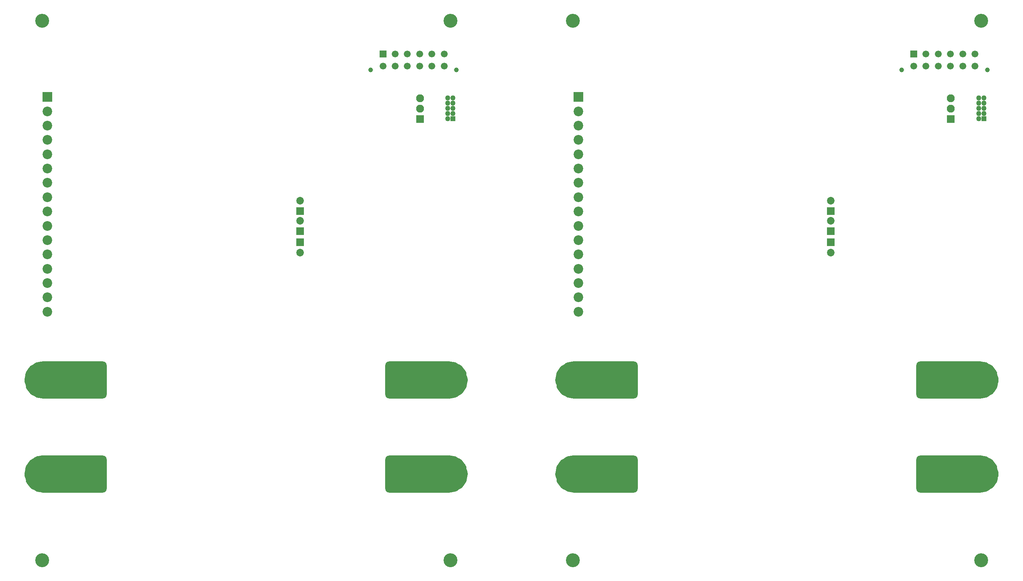
<source format=gbs>
G04*
G04 #@! TF.GenerationSoftware,Altium Limited,Altium Designer,18.0.7 (293)*
G04*
G04 Layer_Color=16711935*
%FSLAX25Y25*%
%MOIN*%
G70*
G01*
G75*
%ADD14C,0.05000*%
%ADD141C,0.18400*%
%ADD142C,0.07690*%
%ADD143R,0.07690X0.07690*%
G04:AMPARAMS|DCode=144|XSize=658mil|YSize=358mil|CornerRadius=39mil|HoleSize=0mil|Usage=FLASHONLY|Rotation=0.000|XOffset=0mil|YOffset=0mil|HoleType=Round|Shape=RoundedRectangle|*
%AMROUNDEDRECTD144*
21,1,0.65800,0.28000,0,0,0.0*
21,1,0.58000,0.35800,0,0,0.0*
1,1,0.07800,0.29000,-0.14000*
1,1,0.07800,-0.29000,-0.14000*
1,1,0.07800,-0.29000,0.14000*
1,1,0.07800,0.29000,0.14000*
%
%ADD144ROUNDEDRECTD144*%
%ADD145R,0.06584X0.06584*%
%ADD146C,0.06584*%
%ADD147C,0.04616*%
%ADD148C,0.09300*%
%ADD149R,0.09300X0.09300*%
%ADD150R,0.07300X0.07300*%
%ADD151C,0.07300*%
%ADD152C,0.13398*%
%ADD153R,0.05000X0.05000*%
D14*
X450370Y474685D02*
D03*
X455370D02*
D03*
Y469685D02*
D03*
Y479685D02*
D03*
Y484685D02*
D03*
X450370Y479685D02*
D03*
Y484685D02*
D03*
Y469685D02*
D03*
Y464685D02*
D03*
X962181Y474685D02*
D03*
X967181D02*
D03*
Y469685D02*
D03*
Y479685D02*
D03*
Y484685D02*
D03*
X962181Y479685D02*
D03*
Y484685D02*
D03*
Y469685D02*
D03*
Y464685D02*
D03*
D141*
X460375Y122436D02*
G03*
X460375Y122436I-8800J0D01*
G01*
X68836Y212987D02*
G03*
X68836Y212987I-8800J0D01*
G01*
Y122436D02*
G03*
X68836Y122436I-8800J0D01*
G01*
X460375Y212987D02*
G03*
X460375Y212987I-8800J0D01*
G01*
X972186Y122436D02*
G03*
X972186Y122436I-8800J0D01*
G01*
X580647Y212987D02*
G03*
X580647Y212987I-8800J0D01*
G01*
Y122436D02*
G03*
X580647Y122436I-8800J0D01*
G01*
X972186Y212987D02*
G03*
X972186Y212987I-8800J0D01*
G01*
D142*
X423470Y474485D02*
D03*
Y484485D02*
D03*
X935281Y474485D02*
D03*
Y484485D02*
D03*
D143*
X423470Y464485D02*
D03*
X935281D02*
D03*
D144*
X422949Y122436D02*
D03*
X88662Y212987D02*
D03*
Y122436D02*
D03*
X422949Y212987D02*
D03*
X934760Y122436D02*
D03*
X600473Y212987D02*
D03*
Y122436D02*
D03*
X934760Y212987D02*
D03*
D145*
X387759Y527085D02*
D03*
X899570D02*
D03*
D146*
X399570D02*
D03*
X411381D02*
D03*
X423192D02*
D03*
X435003D02*
D03*
X446814D02*
D03*
X387759Y515274D02*
D03*
X399570D02*
D03*
X411381D02*
D03*
X423192D02*
D03*
X435003D02*
D03*
X446814D02*
D03*
X911381Y527085D02*
D03*
X923192D02*
D03*
X935003D02*
D03*
X946814D02*
D03*
X958625D02*
D03*
X899570Y515274D02*
D03*
X911381D02*
D03*
X923192D02*
D03*
X935003D02*
D03*
X946814D02*
D03*
X958625D02*
D03*
D147*
X375948Y511573D02*
D03*
X458625D02*
D03*
X887759D02*
D03*
X970436D02*
D03*
D148*
X64370Y347728D02*
D03*
Y361508D02*
D03*
Y375287D02*
D03*
Y389067D02*
D03*
Y402846D02*
D03*
Y416626D02*
D03*
Y430406D02*
D03*
Y444185D02*
D03*
Y457965D02*
D03*
Y471744D02*
D03*
Y333949D02*
D03*
Y320169D02*
D03*
Y306390D02*
D03*
Y292610D02*
D03*
Y278831D02*
D03*
X576181Y347728D02*
D03*
Y361508D02*
D03*
Y375287D02*
D03*
Y389067D02*
D03*
Y402846D02*
D03*
Y416626D02*
D03*
Y430406D02*
D03*
Y444185D02*
D03*
Y457965D02*
D03*
Y471744D02*
D03*
Y333949D02*
D03*
Y320169D02*
D03*
Y306390D02*
D03*
Y292610D02*
D03*
Y278831D02*
D03*
D149*
X64370Y485524D02*
D03*
X576181D02*
D03*
D150*
X307870Y375685D02*
D03*
Y356185D02*
D03*
Y345685D02*
D03*
X819681Y375685D02*
D03*
Y356185D02*
D03*
Y345685D02*
D03*
D151*
X307870Y385685D02*
D03*
Y366185D02*
D03*
Y335685D02*
D03*
X819681Y385685D02*
D03*
Y366185D02*
D03*
Y335685D02*
D03*
D152*
X59055Y39370D02*
D03*
X452756D02*
D03*
X59055Y559055D02*
D03*
X452756D02*
D03*
X570866Y39370D02*
D03*
X964567D02*
D03*
X570866Y559055D02*
D03*
X964567D02*
D03*
D153*
X455370Y464685D02*
D03*
X967181D02*
D03*
M02*

</source>
